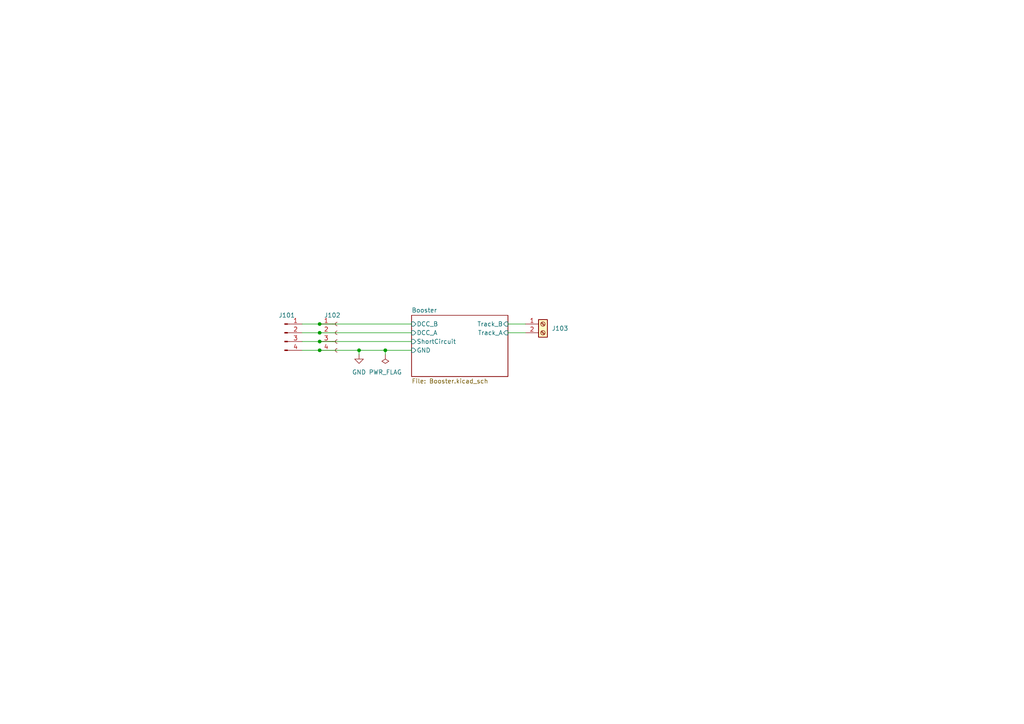
<source format=kicad_sch>
(kicad_sch (version 20230121) (generator eeschema)
  (paper "A4")
  (lib_symbols
    (symbol "Connector:Conn_01x04_Pin" (pin_names (offset 1.016) hide)
      (property "Reference" "J" (at 0 5.08 0))
      (property "Value" "Conn_01x04_Pin" (at 0 -7.62 0))
      (symbol "Conn_01x04_Pin_1_1"
        (polyline (pts (xy 1.27 -5.08) (xy 0.8636 -5.08)) (stroke (width 0.1524)))
        (polyline (pts (xy 1.27 -2.54) (xy 0.8636 -2.54)) (stroke (width 0.1524)))
        (polyline (pts (xy 1.27 0) (xy 0.8636 0)) (stroke (width 0.1524)))
        (polyline (pts (xy 1.27 2.54) (xy 0.8636 2.54)) (stroke (width 0.1524)))
        (rectangle (start 0.8636 -4.953) (end 0 -5.207) (stroke (width 0.1524)) (fill (type outline)))
        (rectangle (start 0.8636 -2.413) (end 0 -2.667) (stroke (width 0.1524)) (fill (type outline)))
        (rectangle (start 0.8636 0.127) (end 0 -0.127) (stroke (width 0.1524)) (fill (type outline)))
        (rectangle (start 0.8636 2.667) (end 0 2.413) (stroke (width 0.1524)) (fill (type outline)))
        (pin passive line (at 5.08 2.54 180) (length 3.81) (name "Pin_1") (number "1"))
        (pin passive line (at 5.08 0 180) (length 3.81) (name "Pin_2") (number "2"))
        (pin passive line (at 5.08 -2.54 180) (length 3.81) (name "Pin_3") (number "3"))
        (pin passive line (at 5.08 -5.08 180) (length 3.81) (name "Pin_4") (number "4"))
      )
    )
    (symbol "Connector:Conn_01x04_Socket" (pin_names (offset 1.016) hide)
      (property "Reference" "J" (at 0 5.08 0))
      (property "Value" "Conn_01x04_Socket" (at 0 -7.62 0))
      (symbol "Conn_01x04_Socket_1_1"
        (arc (start 0 -4.572) (mid -0.5058 -5.08) (end 0 -5.588) (stroke (width 0.1524)))
        (arc (start 0 -2.032) (mid -0.5058 -2.54) (end 0 -3.048) (stroke (width 0.1524)))
        (polyline (pts (xy -1.27 -5.08) (xy -0.508 -5.08)) (stroke (width 0.1524)))
        (polyline (pts (xy -1.27 -2.54) (xy -0.508 -2.54)) (stroke (width 0.1524)))
        (polyline (pts (xy -1.27 0) (xy -0.508 0)) (stroke (width 0.1524)))
        (polyline (pts (xy -1.27 2.54) (xy -0.508 2.54)) (stroke (width 0.1524)))
        (arc (start 0 0.508) (mid -0.5058 0) (end 0 -0.508) (stroke (width 0.1524)))
        (arc (start 0 3.048) (mid -0.5058 2.54) (end 0 2.032) (stroke (width 0.1524)))
        (pin passive line (at -5.08 2.54 0) (length 3.81) (name "Pin_1") (number "1"))
        (pin passive line (at -5.08 0 0) (length 3.81) (name "Pin_2") (number "2"))
        (pin passive line (at -5.08 -2.54 0) (length 3.81) (name "Pin_3") (number "3"))
        (pin passive line (at -5.08 -5.08 0) (length 3.81) (name "Pin_4") (number "4"))
      )
    )
    (symbol "Connector:Screw_Terminal_01x02" (pin_names (offset 1.016) hide)
      (property "Reference" "J" (at 0 2.54 0))
      (property "Value" "Screw_Terminal_01x02" (at 0 -5.08 0))
      (symbol "Screw_Terminal_01x02_1_1"
        (rectangle (start -1.27 1.27) (end 1.27 -3.81) (stroke (width 0.254)) (fill (type background)))
        (circle (center 0 -2.54) (radius 0.635) (stroke (width 0.1524)))
        (polyline (pts (xy -0.5334 -2.2098) (xy 0.3302 -3.048)) (stroke (width 0.1524)))
        (polyline (pts (xy -0.5334 0.3302) (xy 0.3302 -0.508)) (stroke (width 0.1524)))
        (polyline (pts (xy -0.3556 -2.032) (xy 0.508 -2.8702)) (stroke (width 0.1524)))
        (polyline (pts (xy -0.3556 0.508) (xy 0.508 -0.3302)) (stroke (width 0.1524)))
        (circle (center 0 0) (radius 0.635) (stroke (width 0.1524)))
        (pin passive line (at -5.08 0 0) (length 3.81) (name "Pin_1") (number "1"))
        (pin passive line (at -5.08 -2.54 0) (length 3.81) (name "Pin_2") (number "2"))
      )
    )
    (symbol "power:GND" (power) (pin_names (offset 0))
      (property "Value" "GND" (at 0 -3.81 0))
      (symbol "GND_0_1"
        (polyline (pts (xy 0 0) (xy 0 -1.27) (xy 1.27 -1.27) (xy 0 -2.54) (xy -1.27 -1.27) (xy 0 -1.27)))
      )
      (symbol "GND_1_1"
        (pin power_in line (at 0 0 270) (length 0) hide (name "GND") (number "1"))
      )
    )
    (symbol "power:PWR_FLAG" (power) (pin_numbers hide) (pin_names (offset 0) hide)
      (property "Value" "PWR_FLAG" (at 0 3.81 0))
      (symbol "PWR_FLAG_0_0"
        (pin power_out line (at 0 0 90) (length 0) (name "pwr") (number "1"))
      )
      (symbol "PWR_FLAG_0_1"
        (polyline (pts (xy 0 0) (xy 0 1.27) (xy -1.016 1.905) (xy 0 2.54) (xy 1.016 1.905) (xy 0 1.27)))
      )
    )
  )
  (junction (at 92.71 93.98))
  (junction (at 92.71 96.52))
  (junction (at 92.71 99.06))
  (junction (at 92.71 101.6))
  (junction (at 111.76 101.6))
  (junction (at 104.14 101.6))
  (wire (pts (xy 87.63 101.6) (xy 92.71 101.6)))
  (wire (pts (xy 104.14 101.6) (xy 104.14 102.87)))
  (wire (pts (xy 147.32 93.98) (xy 152.4 93.98)))
  (wire (pts (xy 111.76 101.6) (xy 111.76 102.87)))
  (wire (pts (xy 92.71 96.52) (xy 119.38 96.52)))
  (wire (pts (xy 92.71 99.06) (xy 119.38 99.06)))
  (wire (pts (xy 87.63 99.06) (xy 92.71 99.06)))
  (wire (pts (xy 104.14 101.6) (xy 111.76 101.6)))
  (wire (pts (xy 92.71 101.6) (xy 104.14 101.6)))
  (wire (pts (xy 111.76 101.6) (xy 119.38 101.6)))
  (wire (pts (xy 147.32 96.52) (xy 152.4 96.52)))
  (wire (pts (xy 87.63 93.98) (xy 92.71 93.98)))
  (wire (pts (xy 92.71 93.98) (xy 119.38 93.98)))
  (wire (pts (xy 87.63 96.52) (xy 92.71 96.52)))
  (symbol (lib_id "power:GND") (at 104.14 102.87 0) (unit 1)
    (property "Reference" "#PWR0101" (effects hide))
    (property "Value" "GND" (at 104.14 107.95 0))
  )
  (symbol (lib_id "Connector:Conn_01x04_Socket") (at 97.79 96.52 0) (unit 1)
    (property "Reference" "J102" (at 93.98 91.44 0) (effects (justify left)))
    (property "Value" "Conn_01x04_Socket" (effects hide))
    (property "Footprint" "Connector_PinSocket_2.54mm:PinSocket_1x04_P2.54mm_Horizontal" (effects hide))
    (property "JLCPCB Part#" "C2935994" (effects hide))
  )
  (symbol (lib_id "Connector:Screw_Terminal_01x02") (at 157.48 93.98 0) (unit 1)
    (property "Reference" "J103" (at 160.02 95.25 0) (effects (justify left)))
    (property "Value" "Screw_Terminal_01x02" (effects hide))
    (property "Footprint" "Connector_Phoenix_MC:PhoenixContact_MC_1,5_2-G-3.5_1x02_P3.50mm_Horizontal" (effects hide))
    (property "JLCPCB Part#" "C2840336" (effects hide))
  )
  (symbol (lib_id "Connector:Conn_01x04_Pin") (at 82.55 96.52 0) (unit 1)
    (property "Reference" "J101" (at 83.185 91.44 0))
    (property "Value" "Conn_01x04_Pin" (effects hide))
    (property "Footprint" "Connector_PinHeader_2.54mm:PinHeader_1x04_P2.54mm_Horizontal" (effects hide))
    (property "JLCPCB Part#" "C492412" (effects hide))
  )
  (symbol (lib_id "power:PWR_FLAG") (at 111.76 102.87 180) (unit 1)
    (property "Reference" "#FLG01" (effects hide))
    (property "Value" "PWR_FLAG" (at 111.76 107.95 0))
  )
  (sheet (at 119.38 91.44) (size 27.94 17.78) (stroke (width 0.1524))
    (property "Sheetname" "Booster" (at 119.38 90.7284 0) (effects (justify left bottom)))
    (property "Sheetfile" "Booster.kicad_sch" (at 119.38 109.8046 0) (effects (justify left top)))
    (pin "GND" input (at 119.38 101.6 180))
    (pin "DCC_B" input (at 119.38 93.98 180))
    (pin "DCC_A" input (at 119.38 96.52 180))
    (pin "Track_A" input (at 147.32 96.52 0))
    (pin "Track_B" input (at 147.32 93.98 0))
    (pin "ShortCircuit" input (at 119.38 99.06 180))
  )
)
</source>
